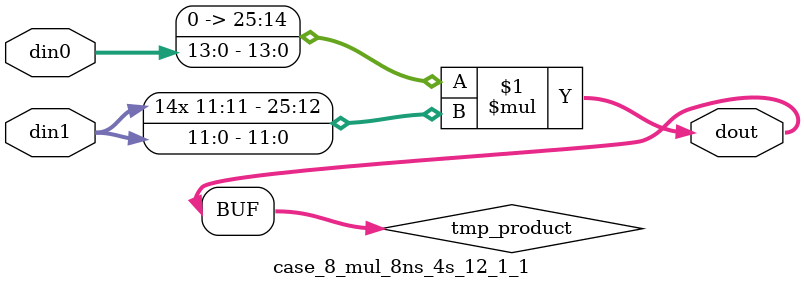
<source format=v>

`timescale 1 ns / 1 ps

 (* use_dsp = "no" *)  module case_8_mul_8ns_4s_12_1_1(din0, din1, dout);
parameter ID = 1;
parameter NUM_STAGE = 0;
parameter din0_WIDTH = 14;
parameter din1_WIDTH = 12;
parameter dout_WIDTH = 26;

input [din0_WIDTH - 1 : 0] din0; 
input [din1_WIDTH - 1 : 0] din1; 
output [dout_WIDTH - 1 : 0] dout;

wire signed [dout_WIDTH - 1 : 0] tmp_product;

























assign tmp_product = $signed({1'b0, din0}) * $signed(din1);










assign dout = tmp_product;





















endmodule

</source>
